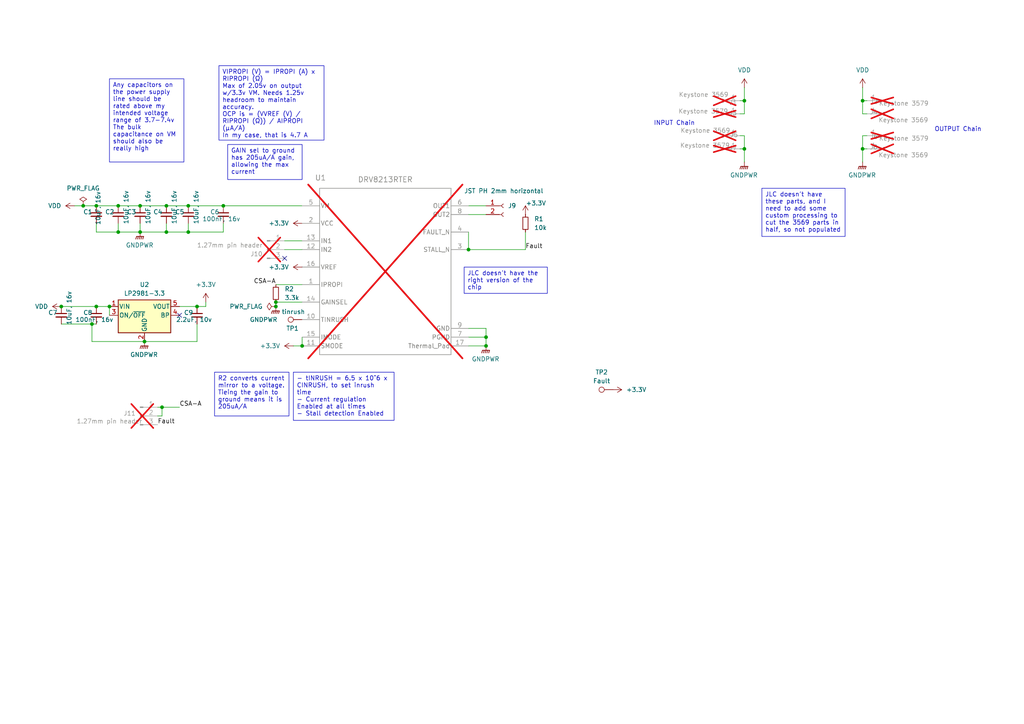
<source format=kicad_sch>
(kicad_sch (version 20231120) (generator "eeschema") (generator_version "8.0")
  (paper "A4")
  (title_block (date "2024-08-17") (rev "V1"))
  (lib_symbols
    (symbol "Connector:Conn_01x01_Pin" (pin_names (offset 1.016) hide)
      (property "Reference" "J" (at 0 2.54 0))
      (property "Value" "Conn_01x01_Pin" (at 0 -2.54 0))
      (symbol "Conn_01x01_Pin_1_1"
        (polyline (pts (xy 1.27 0) (xy 0.8636 0)) (stroke (width 0.1524)))
        (rectangle (start 0.8636 0.127) (end 0 -0.127) (stroke (width 0.1524)) (fill (type outline)))
        (pin passive line (at 5.08 0 180) (length 3.81) (name "Pin_1") (number "1"))
      )
    )
    (symbol "Connector:Conn_01x01_Socket" (pin_names (offset 1.016) hide)
      (property "Reference" "J" (at 0 2.54 0))
      (property "Value" "Conn_01x01_Socket" (at 0 -2.54 0))
      (symbol "Conn_01x01_Socket_1_1"
        (polyline (pts (xy -1.27 0) (xy -0.508 0)) (stroke (width 0.1524)))
        (arc (start 0 0.508) (mid -0.5058 0) (end 0 -0.508) (stroke (width 0.1524)))
        (pin passive line (at -5.08 0 0) (length 3.81) (name "Pin_1") (number "1"))
      )
    )
    (symbol "Connector:Conn_01x02_Socket" (pin_names (offset 1.016) hide)
      (property "Reference" "J" (at 0 2.54 0))
      (property "Value" "Conn_01x02_Socket" (at 0 -5.08 0))
      (symbol "Conn_01x02_Socket_1_1"
        (arc (start 0 -2.032) (mid -0.5058 -2.54) (end 0 -3.048) (stroke (width 0.1524)))
        (polyline (pts (xy -1.27 -2.54) (xy -0.508 -2.54)) (stroke (width 0.1524)))
        (polyline (pts (xy -1.27 0) (xy -0.508 0)) (stroke (width 0.1524)))
        (arc (start 0 0.508) (mid -0.5058 0) (end 0 -0.508) (stroke (width 0.1524)))
        (pin passive line (at -5.08 0 0) (length 3.81) (name "Pin_1") (number "1"))
        (pin passive line (at -5.08 -2.54 0) (length 3.81) (name "Pin_2") (number "2"))
      )
    )
    (symbol "Connector:Conn_01x03_Pin" (pin_names (offset 1.016) hide)
      (property "Reference" "J" (at 0 5.08 0))
      (property "Value" "Conn_01x03_Pin" (at 0 -5.08 0))
      (symbol "Conn_01x03_Pin_1_1"
        (polyline (pts (xy 1.27 -2.54) (xy 0.8636 -2.54)) (stroke (width 0.1524)))
        (polyline (pts (xy 1.27 0) (xy 0.8636 0)) (stroke (width 0.1524)))
        (polyline (pts (xy 1.27 2.54) (xy 0.8636 2.54)) (stroke (width 0.1524)))
        (rectangle (start 0.8636 -2.413) (end 0 -2.667) (stroke (width 0.1524)) (fill (type outline)))
        (rectangle (start 0.8636 0.127) (end 0 -0.127) (stroke (width 0.1524)) (fill (type outline)))
        (rectangle (start 0.8636 2.667) (end 0 2.413) (stroke (width 0.1524)) (fill (type outline)))
        (pin passive line (at 5.08 2.54 180) (length 3.81) (name "Pin_1") (number "1"))
        (pin passive line (at 5.08 0 180) (length 3.81) (name "Pin_2") (number "2"))
        (pin passive line (at 5.08 -2.54 180) (length 3.81) (name "Pin_3") (number "3"))
      )
    )
    (symbol "Connector:TestPoint" (pin_numbers hide) (pin_names (offset 0.762) hide)
      (property "Reference" "TP" (at 0 6.858 0))
      (property "Value" "TestPoint" (at 0 5.08 0))
      (symbol "TestPoint_0_1"
        (circle (center 0 3.302) (radius 0.762))
      )
      (symbol "TestPoint_1_1"
        (pin passive line (at 0 0 90) (length 2.54) (name "1") (number "1"))
      )
    )
    (symbol "DRV8213-wson-16:DRV8213RTER" (pin_names (offset 0.254))
      (property "Reference" "U" (at 0 2.54 0))
      (property "Value" "DRV8213RTER" (at 0 0 0))
      (symbol "DRV8213RTER_0_1"
        (polyline (pts (xy 5.08 -43.18) (xy 43.18 -43.18)) (stroke (width 0.2032)))
        (polyline (pts (xy 5.08 5.08) (xy 5.08 -43.18)) (stroke (width 0.2032)))
        (polyline (pts (xy 43.18 -43.18) (xy 43.18 5.08)) (stroke (width 0.2032)))
        (polyline (pts (xy 43.18 5.08) (xy 5.08 5.08)) (stroke (width 0.2032)))
        (pin unspecified line (at 0 -22.86 0) (length 5.08) (name "IPROPI") (number "1"))
        (pin unspecified line (at 0 -33.02 0) (length 5.08) (name "TINRUSH") (number "10"))
        (pin input line (at 0 -40.64 0) (length 5.08) (name "SMODE") (number "11"))
        (pin input line (at 0 -12.7 0) (length 5.08) (name "IN2") (number "12"))
        (pin input line (at 0 -10.16 0) (length 5.08) (name "IN1") (number "13"))
        (pin input line (at 0 -27.94 0) (length 5.08) (name "GAINSEL") (number "14"))
        (pin input line (at 0 -38.1 0) (length 5.08) (name "IMODE") (number "15"))
        (pin unspecified line (at 0 -17.78 0) (length 5.08) (name "VREF") (number "16"))
        (pin power_in line (at 48.26 -40.64 180) (length 5.08) (name "Thermal_Pad") (number "17"))
        (pin power_in line (at 0 -5.08 0) (length 5.08) (name "VCC") (number "2"))
        (pin open_collector line (at 48.26 -12.7 180) (length 5.08) (name "STALL_N") (number "3"))
        (pin open_collector line (at 48.26 -7.62 180) (length 5.08) (name "FAULT_N") (number "4"))
        (pin power_in line (at 0 0 0) (length 5.08) (name "VM") (number "5"))
        (pin unspecified line (at 48.26 0 180) (length 5.08) (name "OUT1") (number "6"))
        (pin power_in line (at 48.26 -38.1 180) (length 5.08) (name "PGND") (number "7"))
        (pin unspecified line (at 48.26 -2.54 180) (length 5.08) (name "OUT2") (number "8"))
        (pin power_in line (at 48.26 -35.56 180) (length 5.08) (name "GND") (number "9"))
      )
    )
    (symbol "Device:C_Small" (pin_numbers hide) (pin_names (offset 0.254) hide)
      (property "Reference" "C" (at 0.254 1.778 0))
      (property "Value" "C_Small" (at 0.254 -2.032 0))
      (symbol "C_Small_0_1"
        (polyline (pts (xy -1.524 -0.508) (xy 1.524 -0.508)) (stroke (width 0.3302)))
        (polyline (pts (xy -1.524 0.508) (xy 1.524 0.508)) (stroke (width 0.3048)))
      )
      (symbol "C_Small_1_1"
        (pin passive line (at 0 2.54 270) (length 2.032) (name "~") (number "1"))
        (pin passive line (at 0 -2.54 90) (length 2.032) (name "~") (number "2"))
      )
    )
    (symbol "Device:R_Small" (pin_numbers hide) (pin_names (offset 0.254) hide)
      (property "Reference" "R" (at 0.762 0.508 0))
      (property "Value" "R_Small" (at 0.762 -1.016 0))
      (symbol "R_Small_0_1"
        (rectangle (start -0.762 1.778) (end 0.762 -1.778) (stroke (width 0.2032)))
      )
      (symbol "R_Small_1_1"
        (pin passive line (at 0 2.54 270) (length 0.762) (name "~") (number "1"))
        (pin passive line (at 0 -2.54 90) (length 0.762) (name "~") (number "2"))
      )
    )
    (symbol "Regulator_Linear:LP2985-3.3" (pin_names (offset 0.254))
      (property "Reference" "U" (at -6.35 5.715 0))
      (property "Value" "LP2985-3.3" (at 0 5.715 0))
      (symbol "LP2985-3.3_0_1"
        (rectangle (start -7.62 -5.08) (end 7.62 4.445) (stroke (width 0.254)) (fill (type background)))
      )
      (symbol "LP2985-3.3_1_1"
        (pin power_in line (at -10.16 2.54 0) (length 2.54) (name "VIN") (number "1"))
        (pin power_in line (at 0 -7.62 90) (length 2.54) (name "GND") (number "2"))
        (pin input line (at -10.16 0 0) (length 2.54) (name "ON/~{OFF}") (number "3"))
        (pin input line (at 10.16 0 180) (length 2.54) (name "BP") (number "4"))
        (pin power_out line (at 10.16 2.54 180) (length 2.54) (name "VOUT") (number "5"))
      )
    )
    (symbol "power:+3.3V" (power) (pin_numbers hide) (pin_names (offset 0) hide)
      (property "Value" "+3.3V" (at 0 3.556 0))
      (symbol "+3.3V_0_1"
        (polyline (pts (xy -0.762 1.27) (xy 0 2.54)))
        (polyline (pts (xy 0 0) (xy 0 2.54)))
        (polyline (pts (xy 0 2.54) (xy 0.762 1.27)))
      )
      (symbol "+3.3V_1_1"
        (pin power_in line (at 0 0 90) (length 0) (name "~") (number "1"))
      )
    )
    (symbol "power:GNDPWR" (power) (pin_numbers hide) (pin_names (offset 0) hide)
      (property "Value" "GNDPWR" (at 0 -3.302 0))
      (symbol "GNDPWR_0_1"
        (polyline (pts (xy 0 -1.27) (xy 0 0)))
        (polyline (pts (xy -1.016 -1.27) (xy -1.27 -2.032) (xy -1.27 -2.032)) (stroke (width 0.2032)))
        (polyline (pts (xy -0.508 -1.27) (xy -0.762 -2.032) (xy -0.762 -2.032)) (stroke (width 0.2032)))
        (polyline (pts (xy 0 -1.27) (xy -0.254 -2.032) (xy -0.254 -2.032)) (stroke (width 0.2032)))
        (polyline (pts (xy 0.508 -1.27) (xy 0.254 -2.032) (xy 0.254 -2.032)) (stroke (width 0.2032)))
        (polyline (pts (xy 1.016 -1.27) (xy -1.016 -1.27) (xy -1.016 -1.27)) (stroke (width 0.2032)))
        (polyline (pts (xy 1.016 -1.27) (xy 0.762 -2.032) (xy 0.762 -2.032) (xy 0.762 -2.032)) (stroke (width 0.2032)))
      )
      (symbol "GNDPWR_1_1"
        (pin power_in line (at 0 0 270) (length 0) (name "~") (number "1"))
      )
    )
    (symbol "power:PWR_FLAG" (power) (pin_numbers hide) (pin_names (offset 0) hide)
      (property "Value" "PWR_FLAG" (at 0 3.81 0))
      (symbol "PWR_FLAG_0_0"
        (pin power_out line (at 0 0 90) (length 0) (name "~") (number "1"))
      )
      (symbol "PWR_FLAG_0_1"
        (polyline (pts (xy 0 0) (xy 0 1.27) (xy -1.016 1.905) (xy 0 2.54) (xy 1.016 1.905) (xy 0 1.27)))
      )
    )
    (symbol "power:VDD" (power) (pin_numbers hide) (pin_names (offset 0) hide)
      (property "Value" "VDD" (at 0 3.556 0))
      (symbol "VDD_0_1"
        (polyline (pts (xy -0.762 1.27) (xy 0 2.54)))
        (polyline (pts (xy 0 0) (xy 0 2.54)))
        (polyline (pts (xy 0 2.54) (xy 0.762 1.27)))
      )
      (symbol "VDD_1_1"
        (pin power_in line (at 0 0 90) (length 0) (name "~") (number "1"))
      )
    )
  )
  (junction (at 48.26 59.69))
  (junction (at 64.77 59.69))
  (junction (at 17.78 88.9))
  (junction (at 140.97 100.33))
  (junction (at 41.91 99.06))
  (junction (at 250.19 29.21))
  (junction (at 215.9 43.18))
  (junction (at 57.15 88.9))
  (junction (at 54.61 59.69))
  (junction (at 40.64 67.31))
  (junction (at 48.26 67.31))
  (junction (at 24.13 59.69))
  (junction (at 140.97 97.79))
  (junction (at 27.94 59.69))
  (junction (at 215.9 29.21))
  (junction (at 31.75 88.9))
  (junction (at 26.67 93.98))
  (junction (at 87.63 100.33))
  (junction (at 80.01 87.63))
  (junction (at 40.64 59.69))
  (junction (at 34.29 67.31))
  (junction (at 250.19 43.18))
  (junction (at 27.94 88.9))
  (junction (at 46.99 118.11))
  (junction (at 80.01 88.9))
  (junction (at 54.61 67.31))
  (junction (at 34.29 59.69))
  (junction (at 135.89 72.39))
  (no_connect (at 52.07 91.44))
  (no_connect (at 82.55 74.93))
  (wire (pts (xy 215.9 43.18) (xy 215.9 46.99)))
  (wire (pts (xy 48.26 64.77) (xy 48.26 67.31)))
  (wire (pts (xy 31.75 88.9) (xy 31.75 91.44)))
  (wire (pts (xy 27.94 67.31) (xy 27.94 64.77)))
  (wire (pts (xy 64.77 59.69) (xy 87.63 59.69)))
  (wire (pts (xy 40.64 64.77) (xy 40.64 67.31)))
  (wire (pts (xy 27.94 67.31) (xy 34.29 67.31)))
  (wire (pts (xy 54.61 67.31) (xy 48.26 67.31)))
  (wire (pts (xy 54.61 64.77) (xy 54.61 67.31)))
  (wire (pts (xy 45.72 120.65) (xy 46.99 120.65)))
  (wire (pts (xy 250.19 29.21) (xy 251.46 29.21)))
  (wire (pts (xy 85.09 100.33) (xy 87.63 100.33)))
  (wire (pts (xy 215.9 33.02) (xy 214.63 33.02)))
  (wire (pts (xy 34.29 67.31) (xy 34.29 64.77)))
  (wire (pts (xy 59.69 88.9) (xy 59.69 87.63)))
  (wire (pts (xy 250.19 25.4) (xy 250.19 29.21)))
  (wire (pts (xy 214.63 39.37) (xy 215.9 39.37)))
  (wire (pts (xy 34.29 67.31) (xy 40.64 67.31)))
  (wire (pts (xy 250.19 39.37) (xy 250.19 43.18)))
  (wire (pts (xy 27.94 59.69) (xy 34.29 59.69)))
  (wire (pts (xy 140.97 97.79) (xy 140.97 100.33)))
  (wire (pts (xy 64.77 67.31) (xy 54.61 67.31)))
  (wire (pts (xy 64.77 64.77) (xy 64.77 67.31)))
  (wire (pts (xy 214.63 43.18) (xy 215.9 43.18)))
  (wire (pts (xy 46.99 118.11) (xy 45.72 118.11)))
  (wire (pts (xy 152.4 72.39) (xy 135.89 72.39)))
  (wire (pts (xy 215.9 29.21) (xy 215.9 33.02)))
  (wire (pts (xy 80.01 82.55) (xy 87.63 82.55)))
  (wire (pts (xy 82.55 69.85) (xy 87.63 69.85)))
  (wire (pts (xy 26.67 99.06) (xy 26.67 93.98)))
  (wire (pts (xy 87.63 87.63) (xy 80.01 87.63)))
  (wire (pts (xy 250.19 43.18) (xy 250.19 46.99)))
  (wire (pts (xy 152.4 67.31) (xy 152.4 72.39)))
  (wire (pts (xy 215.9 25.4) (xy 215.9 29.21)))
  (wire (pts (xy 250.19 29.21) (xy 250.19 33.02)))
  (wire (pts (xy 26.67 93.98) (xy 27.94 93.98)))
  (wire (pts (xy 27.94 88.9) (xy 31.75 88.9)))
  (wire (pts (xy 250.19 33.02) (xy 251.46 33.02)))
  (wire (pts (xy 40.64 59.69) (xy 48.26 59.69)))
  (wire (pts (xy 82.55 72.39) (xy 87.63 72.39)))
  (wire (pts (xy 135.89 62.23) (xy 140.97 62.23)))
  (wire (pts (xy 140.97 95.25) (xy 140.97 97.79)))
  (wire (pts (xy 251.46 39.37) (xy 250.19 39.37)))
  (wire (pts (xy 135.89 97.79) (xy 140.97 97.79)))
  (wire (pts (xy 46.99 120.65) (xy 46.99 118.11)))
  (wire (pts (xy 48.26 59.69) (xy 54.61 59.69)))
  (wire (pts (xy 57.15 88.9) (xy 59.69 88.9)))
  (wire (pts (xy 17.78 93.98) (xy 26.67 93.98)))
  (wire (pts (xy 250.19 43.18) (xy 251.46 43.18)))
  (wire (pts (xy 34.29 59.69) (xy 40.64 59.69)))
  (wire (pts (xy 135.89 100.33) (xy 140.97 100.33)))
  (wire (pts (xy 135.89 67.31) (xy 135.89 72.39)))
  (wire (pts (xy 80.01 87.63) (xy 80.01 88.9)))
  (wire (pts (xy 40.64 67.31) (xy 48.26 67.31)))
  (wire (pts (xy 57.15 93.98) (xy 57.15 99.06)))
  (wire (pts (xy 135.89 95.25) (xy 140.97 95.25)))
  (wire (pts (xy 21.59 59.69) (xy 24.13 59.69)))
  (wire (pts (xy 215.9 39.37) (xy 215.9 43.18)))
  (wire (pts (xy 17.78 88.9) (xy 27.94 88.9)))
  (wire (pts (xy 26.67 99.06) (xy 41.91 99.06)))
  (wire (pts (xy 54.61 59.69) (xy 64.77 59.69)))
  (wire (pts (xy 87.63 97.79) (xy 87.63 100.33)))
  (wire (pts (xy 24.13 59.69) (xy 27.94 59.69)))
  (wire (pts (xy 41.91 99.06) (xy 57.15 99.06)))
  (wire (pts (xy 214.63 29.21) (xy 215.9 29.21)))
  (wire (pts (xy 135.89 59.69) (xy 140.97 59.69)))
  (wire (pts (xy 52.07 118.11) (xy 46.99 118.11)))
  (wire (pts (xy 52.07 88.9) (xy 57.15 88.9)))
  (text_box "GAIN sel to ground has 205uA/A gain, allowing the max current" (at 66.04 41.91 0) (size 21.59 10.16) (effects (font (size 1.27 1.27)) (justify left top)))
  (text_box "R2 converts current mirror to a voltage. Tieing the gain to ground means it is 205uA/A" (at 62.23 107.95 0) (size 21.59 12.7) (effects (font (size 1.27 1.27)) (justify left top)))
  (text_box "VIPROPI (V) = IPROPI (A) x RIPROPI (Ω)\nMax of 2.05v on output w/3.3v VM. Needs 1.25v headroom to maintain accuracy.\nOCP is = (VVREF (V) / RIPROPI (Ω)) / AIPROPI (μA/A)\nIn my case, that is 4.7 A" (at 63.5 19.05 0) (size 30.48 21.59) (effects (font (size 1.27 1.27)) (justify left top)))
  (text_box "- tINRUSH = 6.5 x 10^6 x CINRUSH, to set inrush time\n- Current regulation Enabled at all times\n- Stall detection Enabled" (at 85.09 107.95 0) (size 29.21 13.97) (effects (font (size 1.27 1.27)) (justify left top)))
  (text_box "JLC doesn't have these parts, and I need to add some custom processing to cut the 3569 parts in half, so not populated" (at 220.98 54.61 0) (size 24.13 13.97) (effects (font (size 1.27 1.27)) (justify left top)))
  (text_box "JLC doesn't have the right version of the chip" (at 134.62 77.47 0) (size 24.13 7.62) (effects (font (size 1.27 1.27)) (justify left top)))
  (text_box "Any capacitors on the power supply line should be rated above my intended voltage range of 3.7-7.4v\nThe bulk capacitance on VM should also be really high" (at 31.75 22.86 0) (size 21.59 24.13) (effects (font (size 1.27 1.27)) (justify left top)))
  (text "INPUT Chain" (at 195.58 35.814 0) (effects (font (size 1.27 1.27))))
  (text "OUTPUT Chain" (at 277.876 37.592 0) (effects (font (size 1.27 1.27))))
  (label "Fault" (at 152.4 72.39 0))
  (label "CSA-A" (at 80.01 82.55 180))
  (label "Fault" (at 45.72 123.19 0))
  (label "CSA-A" (at 52.07 118.11 0))
  (symbol (lib_id "power:GNDPWR") (at 250.19 46.99 0) (unit 1)
    (property "Reference" "#PWR04" (effects (hide yes)))
    (property "Value" "GNDPWR" (at 250.063 50.8 0))
    (property "Description" "Power symbol creates a global label with name \"GNDPWR\" , global ground" (effects (hide yes)))
  )
  (symbol (lib_id "Connector:Conn_01x01_Pin") (at 209.55 33.02 0) (unit 1) (dnp yes)
    (property "Reference" "J3" (at 212.598 32.766 0))
    (property "Value" "Keystone 3579" (at 203.962 32.258 0))
    (property "Footprint" "custom_Connector:Keystone_3579" (effects (hide yes)))
    (property "Description" "Generic connector, single row, 01x01, script generated" (effects (hide yes)))
  )
  (symbol (lib_id "power:+3.3V") (at 87.63 64.77 90) (unit 1)
    (property "Reference" "#PWR07" (effects (hide yes)))
    (property "Value" "+3.3V" (at 83.82 64.7699 90) (effects (justify left)))
    (property "Description" "Power symbol creates a global label with name \"+3.3V\"" (effects (hide yes)))
  )
  (symbol (lib_id "Device:R_Small") (at 80.01 85.09 0) (unit 1)
    (property "Reference" "R2" (at 82.55 83.8199 0) (effects (justify left)))
    (property "Value" "3.3k" (at 82.55 86.3599 0) (effects (justify left)))
    (property "Footprint" "Resistor_SMD:R_0402_1005Metric" (effects (hide yes)))
    (property "Description" "Resistor, small symbol" (effects (hide yes)))
    (property "LCSC" "C25890" (effects (hide yes)))
  )
  (symbol (lib_id "Device:C_Small") (at 17.78 91.44 0) (unit 1)
    (property "Reference" "C7" (at 13.97 90.678 0) (effects (justify left)))
    (property "Value" "10uF, 16v" (at 20.066 94.234 90) (effects (justify left)))
    (property "Footprint" "Capacitor_SMD:C_0603_1608Metric" (effects (hide yes)))
    (property "Description" "Unpolarized capacitor, small symbol" (effects (hide yes)))
    (property "LCSC" "C96446" (effects (hide yes)))
  )
  (symbol (lib_id "Device:C_Small") (at 40.64 62.23 0) (unit 1)
    (property "Reference" "C3" (at 36.83 61.468 0) (effects (justify left)))
    (property "Value" "10uF, 16v" (at 42.926 65.024 90) (effects (justify left)))
    (property "Footprint" "Capacitor_SMD:C_0603_1608Metric" (effects (hide yes)))
    (property "Description" "Unpolarized capacitor, small symbol" (effects (hide yes)))
    (property "LCSC" "C96446" (effects (hide yes)))
  )
  (symbol (lib_id "power:GNDPWR") (at 40.64 67.31 0) (unit 1)
    (property "Reference" "#PWR08" (effects (hide yes)))
    (property "Value" "GNDPWR" (at 40.513 71.12 0))
    (property "Description" "Power symbol creates a global label with name \"GNDPWR\" , global ground" (effects (hide yes)))
  )
  (symbol (lib_id "Connector:Conn_01x01_Pin") (at 256.54 29.21 180) (unit 1) (dnp yes)
    (property "Reference" "J2" (at 253.492 29.464 0))
    (property "Value" "Keystone 3579" (at 262.128 29.972 0))
    (property "Footprint" "custom_Connector:Keystone_3579" (effects (hide yes)))
    (property "Description" "Generic connector, single row, 01x01, script generated" (effects (hide yes)))
  )
  (symbol (lib_id "Device:C_Small") (at 34.29 62.23 0) (unit 1)
    (property "Reference" "C2" (at 30.48 61.468 0) (effects (justify left)))
    (property "Value" "10uF, 16v" (at 36.576 65.024 90) (effects (justify left)))
    (property "Footprint" "Capacitor_SMD:C_0603_1608Metric" (effects (hide yes)))
    (property "Description" "Unpolarized capacitor, small symbol" (effects (hide yes)))
    (property "LCSC" "C96446" (effects (hide yes)))
  )
  (symbol (lib_id "Connector:Conn_01x01_Pin") (at 209.55 43.18 0) (unit 1) (dnp yes)
    (property "Reference" "J7" (at 212.598 42.926 0))
    (property "Value" "Keystone 3579" (at 204.47 42.164 0))
    (property "Footprint" "custom_Connector:Keystone_3579" (effects (hide yes)))
    (property "Description" "Generic connector, single row, 01x01, script generated" (effects (hide yes)))
  )
  (symbol (lib_id "Connector:TestPoint") (at 177.8 113.03 90) (unit 1) (in_bom no)
    (property "Reference" "TP2" (at 174.498 107.95 90))
    (property "Value" "Fault" (at 174.498 110.49 90))
    (property "Footprint" "TestPoint:TestPoint_Pad_D1.0mm" (effects (hide yes)))
    (property "Description" "test point" (effects (hide yes)))
  )
  (symbol (lib_id "DRV8213-wson-16:DRV8213RTER") (at 87.63 59.69 0) (unit 1) (dnp yes)
    (property "Reference" "U1" (at 92.964 51.562 0) (effects (font (size 1.524 1.524))))
    (property "Value" "DRV8213RTER" (at 111.76 52.07 0) (effects (font (size 1.524 1.524))))
    (property "Footprint" "Package_DFN_QFN:WQFN-16-1EP_3x3mm_P0.5mm_EP1.68x1.68mm_ThermalVias" (effects (hide yes)))
    (property "Datasheet" "DRV8213RTER" (effects (hide yes)))
  )
  (symbol (lib_id "Device:C_Small") (at 48.26 62.23 0) (unit 1)
    (property "Reference" "C4" (at 44.45 61.468 0) (effects (justify left)))
    (property "Value" "10uF, 16v" (at 50.546 65.024 90) (effects (justify left)))
    (property "Footprint" "Capacitor_SMD:C_0603_1608Metric" (effects (hide yes)))
    (property "Description" "Unpolarized capacitor, small symbol" (effects (hide yes)))
    (property "LCSC" "C96446" (effects (hide yes)))
  )
  (symbol (lib_id "power:GNDPWR") (at 140.97 100.33 0) (unit 1)
    (property "Reference" "#PWR015" (effects (hide yes)))
    (property "Value" "GNDPWR" (at 140.843 104.14 0))
    (property "Description" "Power symbol creates a global label with name \"GNDPWR\" , global ground" (effects (hide yes)))
  )
  (symbol (lib_id "power:VDD") (at 21.59 59.69 90) (unit 1)
    (property "Reference" "#PWR05" (effects (hide yes)))
    (property "Value" "VDD" (at 17.78 59.6899 90) (effects (justify left)))
    (property "Description" "Power symbol creates a global label with name \"VDD\"" (effects (hide yes)))
  )
  (symbol (lib_id "Connector:Conn_01x03_Pin") (at 77.47 72.39 0) (unit 1) (dnp yes)
    (property "Reference" "J10" (at 76.2 73.6601 0) (effects (justify right)))
    (property "Value" "1.27mm pin header" (at 76.2 71.1201 0) (effects (justify right)))
    (property "Footprint" "Connector_PinHeader_1.27mm:PinHeader_1x03_P1.27mm_Horizontal" (effects (hide yes)))
    (property "Description" "Generic connector, single row, 01x03, script generated" (effects (hide yes)))
  )
  (symbol (lib_id "Device:C_Small") (at 57.15 91.44 0) (unit 1)
    (property "Reference" "C9" (at 53.34 90.678 0) (effects (justify left)))
    (property "Value" "2.2uF, 10v" (at 51.054 92.71 0) (effects (justify left)))
    (property "Footprint" "Capacitor_SMD:C_0402_1005Metric" (effects (hide yes)))
    (property "Description" "Unpolarized capacitor, small symbol" (effects (hide yes)))
    (property "LCSC" "C12530" (effects (hide yes)))
  )
  (symbol (lib_id "power:PWR_FLAG") (at 80.01 88.9 90) (unit 1)
    (property "Reference" "#FLG02" (effects (hide yes)))
    (property "Value" "PWR_FLAG" (at 76.2 88.8999 90) (effects (justify left)))
    (property "Description" "Special symbol for telling ERC where power comes from" (effects (hide yes)))
  )
  (symbol (lib_id "Connector:Conn_01x01_Socket") (at 209.55 29.21 180) (unit 1) (dnp yes)
    (property "Reference" "J1" (at 213.868 29.718 0) (effects (justify left)))
    (property "Value" "Keystone 3569" (at 211.328 27.432 0) (effects (justify left)))
    (property "Footprint" "custom_Connector:Keystone_3569_half" (effects (hide yes)))
    (property "Description" "Generic connector, single row, 01x01, script generated" (effects (hide yes)))
  )
  (symbol (lib_id "Device:C_Small") (at 27.94 62.23 0) (unit 1)
    (property "Reference" "C1" (at 24.13 61.468 0) (effects (justify left)))
    (property "Value" "10uF, 16v" (at 28.448 65.278 90) (effects (justify left)))
    (property "Footprint" "Capacitor_SMD:C_0603_1608Metric" (effects (hide yes)))
    (property "Description" "Unpolarized capacitor, small symbol" (effects (hide yes)))
    (property "LCSC" "C96446" (effects (hide yes)))
  )
  (symbol (lib_id "power:+3.3V") (at 152.4 62.23 0) (unit 1)
    (property "Reference" "#PWR06" (effects (hide yes)))
    (property "Value" "+3.3V" (at 155.448 58.928 0))
    (property "Description" "Power symbol creates a global label with name \"+3.3V\"" (effects (hide yes)))
  )
  (symbol (lib_id "power:VDD") (at 17.78 88.9 90) (unit 1)
    (property "Reference" "#PWR011" (effects (hide yes)))
    (property "Value" "VDD" (at 13.97 88.8999 90) (effects (justify left)))
    (property "Description" "Power symbol creates a global label with name \"VDD\"" (effects (hide yes)))
  )
  (symbol (lib_id "Device:C_Small") (at 54.61 62.23 0) (unit 1)
    (property "Reference" "C5" (at 50.8 61.468 0) (effects (justify left)))
    (property "Value" "10uF, 16v" (at 56.896 65.024 90) (effects (justify left)))
    (property "Footprint" "Capacitor_SMD:C_0603_1608Metric" (effects (hide yes)))
    (property "Description" "Unpolarized capacitor, small symbol" (effects (hide yes)))
    (property "LCSC" "C96446" (effects (hide yes)))
  )
  (symbol (lib_id "power:PWR_FLAG") (at 24.13 59.69 0) (unit 1)
    (property "Reference" "#FLG01" (effects (hide yes)))
    (property "Value" "PWR_FLAG" (at 24.13 54.61 0))
    (property "Description" "Special symbol for telling ERC where power comes from" (effects (hide yes)))
  )
  (symbol (lib_id "power:+3.3V") (at 87.63 77.47 90) (unit 1)
    (property "Reference" "#PWR09" (effects (hide yes)))
    (property "Value" "+3.3V" (at 83.82 77.4699 90) (effects (justify left)))
    (property "Description" "Power symbol creates a global label with name \"+3.3V\"" (effects (hide yes)))
  )
  (symbol (lib_id "Device:C_Small") (at 27.94 91.44 0) (unit 1)
    (property "Reference" "C8" (at 24.13 90.678 0) (effects (justify left)))
    (property "Value" "100nF, 16v" (at 21.844 92.71 0) (effects (justify left)))
    (property "Footprint" "Capacitor_SMD:C_0402_1005Metric" (effects (hide yes)))
    (property "Description" "Unpolarized capacitor, small symbol" (effects (hide yes)))
    (property "LCSC" "C1525" (effects (hide yes)))
  )
  (symbol (lib_id "Connector:Conn_01x02_Socket") (at 146.05 59.69 0) (unit 1)
    (property "Reference" "J9" (at 147.32 59.6899 0) (effects (justify left)))
    (property "Value" "JST PH 2mm horizontal" (at 134.62 55.372 0) (effects (justify left)))
    (property "Footprint" "Connector_JST:JST_PH_S2B-PH-K_1x02_P2.00mm_Horizontal" (effects (hide yes)))
    (property "Description" "Generic connector, single row, 01x02, script generated" (effects (hide yes)))
    (property "LCSC" "C160237" (effects (hide yes)))
    (property "Rotation Offset" "180" (effects (hide yes)))
  )
  (symbol (lib_id "Connector:Conn_01x01_Pin") (at 256.54 39.37 180) (unit 1) (dnp yes)
    (property "Reference" "J6" (at 253.492 39.624 0))
    (property "Value" "Keystone 3579" (at 262.128 40.132 0))
    (property "Footprint" "custom_Connector:Keystone_3579" (effects (hide yes)))
    (property "Description" "Generic connector, single row, 01x01, script generated" (effects (hide yes)))
  )
  (symbol (lib_id "Connector:Conn_01x03_Pin") (at 40.64 120.65 0) (unit 1) (dnp yes)
    (property "Reference" "J11" (at 37.592 119.888 0))
    (property "Value" "1.27mm pin header" (at 31.75 122.174 0))
    (property "Footprint" "Connector_PinHeader_1.27mm:PinHeader_1x03_P1.27mm_Horizontal" (effects (hide yes)))
    (property "Description" "Generic connector, single row, 01x03, script generated" (effects (hide yes)))
  )
  (symbol (lib_id "power:GNDPWR") (at 80.01 88.9 0) (unit 1)
    (property "Reference" "#PWR012" (effects (hide yes)))
    (property "Value" "GNDPWR" (at 76.454 92.71 0))
    (property "Description" "Power symbol creates a global label with name \"GNDPWR\" , global ground" (effects (hide yes)))
  )
  (symbol (lib_id "power:+3.3V") (at 177.8 113.03 270) (unit 1)
    (property "Reference" "#PWR016" (effects (hide yes)))
    (property "Value" "+3.3V" (at 181.61 113.0299 90) (effects (justify left)))
    (property "Description" "Power symbol creates a global label with name \"+3.3V\"" (effects (hide yes)))
  )
  (symbol (lib_id "power:+3.3V") (at 59.69 87.63 0) (unit 1)
    (property "Reference" "#PWR010" (effects (hide yes)))
    (property "Value" "+3.3V" (at 59.69 82.55 0))
    (property "Description" "Power symbol creates a global label with name \"+3.3V\"" (effects (hide yes)))
  )
  (symbol (lib_id "power:+3.3V") (at 85.09 100.33 90) (unit 1)
    (property "Reference" "#PWR014" (effects (hide yes)))
    (property "Value" "+3.3V" (at 81.28 100.3299 90) (effects (justify left)))
    (property "Description" "Power symbol creates a global label with name \"+3.3V\"" (effects (hide yes)))
  )
  (symbol (lib_id "Device:C_Small") (at 64.77 62.23 0) (unit 1)
    (property "Reference" "C6" (at 60.96 61.468 0) (effects (justify left)))
    (property "Value" "100nF, 16v" (at 58.674 63.5 0) (effects (justify left)))
    (property "Footprint" "Capacitor_SMD:C_0402_1005Metric" (effects (hide yes)))
    (property "Description" "Unpolarized capacitor, small symbol" (effects (hide yes)))
    (property "LCSC" "C1525" (effects (hide yes)))
  )
  (symbol (lib_id "power:VDD") (at 250.19 25.4 0) (unit 1)
    (property "Reference" "#PWR02" (effects (hide yes)))
    (property "Value" "VDD" (at 250.19 20.32 0))
    (property "Description" "Power symbol creates a global label with name \"VDD\"" (effects (hide yes)))
  )
  (symbol (lib_id "Connector:Conn_01x01_Socket") (at 209.55 39.37 180) (unit 1) (dnp yes)
    (property "Reference" "J5" (at 214.122 39.116 0) (effects (justify left)))
    (property "Value" "Keystone 3569" (at 211.836 37.846 0) (effects (justify left)))
    (property "Footprint" "custom_Connector:Keystone_3569_half" (effects (hide yes)))
    (property "Description" "Generic connector, single row, 01x01, script generated" (effects (hide yes)))
  )
  (symbol (lib_id "power:GNDPWR") (at 41.91 99.06 0) (unit 1)
    (property "Reference" "#PWR013" (effects (hide yes)))
    (property "Value" "GNDPWR" (at 41.783 102.87 0))
    (property "Description" "Power symbol creates a global label with name \"GNDPWR\" , global ground" (effects (hide yes)))
  )
  (symbol (lib_id "Regulator_Linear:LP2985-3.3") (at 41.91 91.44 0) (unit 1)
    (property "Reference" "U2" (at 41.91 82.55 0))
    (property "Value" "LP2981-3.3" (at 41.91 85.09 0))
    (property "Footprint" "Package_TO_SOT_SMD:SOT-23-5" (effects (hide yes)))
    (property "Datasheet" "http://www.ti.com/lit/ds/symlink/lp2981.pdf" (effects (hide yes)))
    (property "Description" "150mA 16V Low-noise Low-dropout Regulator With Shutdown, 3.3V output voltage, SOT-23-5" (effects (hide yes)))
    (property "LCSC" "C129997" (effects (hide yes)))
  )
  (symbol (lib_id "power:GNDPWR") (at 215.9 46.99 0) (unit 1)
    (property "Reference" "#PWR03" (effects (hide yes)))
    (property "Value" "GNDPWR" (at 215.773 50.8 0))
    (property "Description" "Power symbol creates a global label with name \"GNDPWR\" , global ground" (effects (hide yes)))
  )
  (symbol (lib_id "power:VDD") (at 215.9 25.4 0) (unit 1)
    (property "Reference" "#PWR01" (effects (hide yes)))
    (property "Value" "VDD" (at 215.9 20.32 0))
    (property "Description" "Power symbol creates a global label with name \"VDD\"" (effects (hide yes)))
  )
  (symbol (lib_id "Device:R_Small") (at 152.4 64.77 0) (unit 1)
    (property "Reference" "R1" (at 154.94 63.4999 0) (effects (justify left)))
    (property "Value" "10k" (at 154.94 66.0399 0) (effects (justify left)))
    (property "Footprint" "Resistor_SMD:R_0402_1005Metric" (effects (hide yes)))
    (property "Description" "Resistor, small symbol" (effects (hide yes)))
    (property "LCSC" "C25744" (effects (hide yes)))
  )
  (symbol (lib_id "Connector:TestPoint") (at 87.63 92.71 90) (unit 1) (in_bom no)
    (property "Reference" "TP1" (at 84.836 95.25 90))
    (property "Value" "tinrush" (at 85.09 90.424 90))
    (property "Footprint" "TestPoint:TestPoint_Pad_D1.0mm" (effects (hide yes)))
    (property "Description" "test point" (effects (hide yes)))
  )
  (symbol (lib_id "Connector:Conn_01x01_Socket") (at 256.54 43.18 0) (unit 1) (dnp yes)
    (property "Reference" "J8" (at 252.222 42.672 0) (effects (justify left)))
    (property "Value" "Keystone 3569" (at 254.762 44.958 0) (effects (justify left)))
    (property "Footprint" "custom_Connector:Keystone_3569_half" (effects (hide yes)))
    (property "Description" "Generic connector, single row, 01x01, script generated" (effects (hide yes)))
  )
  (symbol (lib_id "Connector:Conn_01x01_Socket") (at 256.54 33.02 0) (unit 1) (dnp yes)
    (property "Reference" "J4" (at 252.222 32.512 0) (effects (justify left)))
    (property "Value" "Keystone 3569" (at 254.762 34.798 0) (effects (justify left)))
    (property "Footprint" "custom_Connector:Keystone_3569_half" (effects (hide yes)))
    (property "Description" "Generic connector, single row, 01x01, script generated" (effects (hide yes)))
  )
)
</source>
